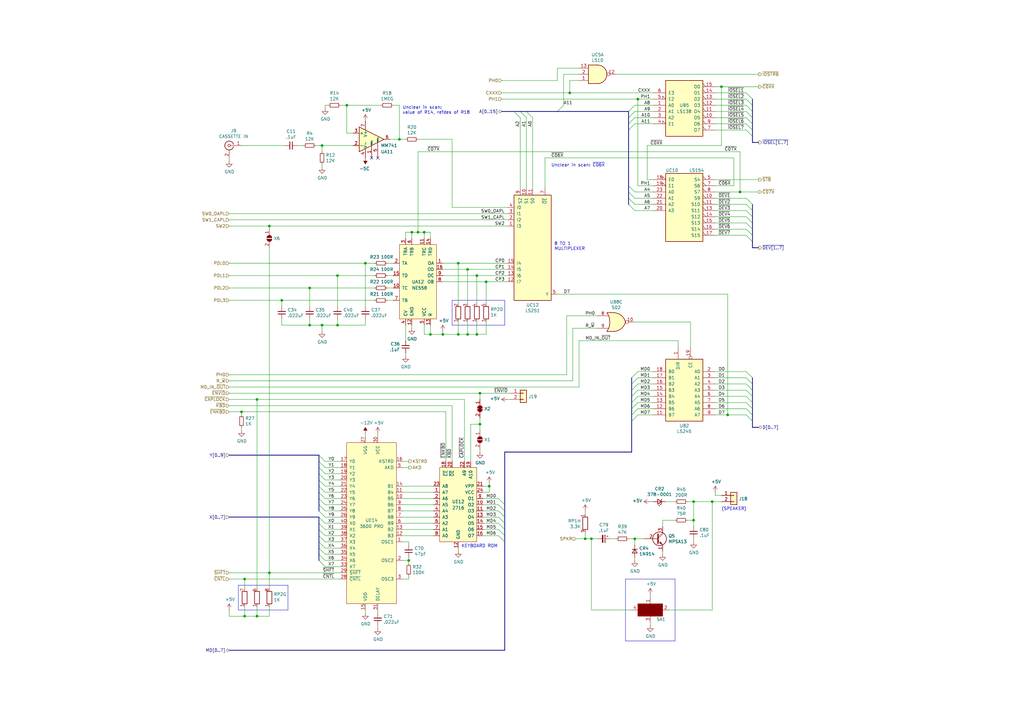
<source format=kicad_sch>
(kicad_sch (version 20230121) (generator eeschema)
  (paper "A3")
  (title_block (title "I/O A2E NTSC"))
  (junction (at 195.58 113.03))
  (junction (at 284.48 205.74))
  (junction (at 132.08 133.35))
  (junction (at 176.53 137.16))
  (junction (at 110.49 92.71))
  (junction (at 105.41 252.73))
  (junction (at 199.39 115.57))
  (junction (at 187.96 137.16))
  (junction (at 100.33 237.49))
  (junction (at 260.35 220.98))
  (junction (at 284.48 213.36))
  (junction (at 99.06 168.91))
  (junction (at 142.24 43.18))
  (junction (at 195.58 137.16))
  (junction (at 173.99 95.25))
  (junction (at 200.66 199.39))
  (junction (at 163.83 57.15))
  (junction (at 127 118.11))
  (junction (at 242.57 220.98))
  (junction (at 115.57 123.19))
  (junction (at 233.68 38.1))
  (junction (at 127 133.35))
  (junction (at 196.85 161.29))
  (junction (at 295.91 35.56))
  (junction (at 171.45 95.25))
  (junction (at 191.77 110.49))
  (junction (at 191.77 137.16))
  (junction (at 181.61 137.16))
  (junction (at 149.86 107.95))
  (junction (at 138.43 133.35))
  (junction (at 167.64 229.87))
  (junction (at 110.49 234.95))
  (junction (at 298.45 170.18))
  (junction (at 292.1 205.74))
  (junction (at 100.33 252.73))
  (junction (at 240.03 220.98))
  (junction (at 168.91 95.25))
  (junction (at 105.41 163.83))
  (junction (at 132.08 59.69))
  (junction (at 138.43 113.03))
  (junction (at 196.85 173.99))
  (junction (at 261.62 40.64))
  (junction (at 187.96 107.95))
  (junction (at 303.53 78.74))
  (no_connect (at 154.94 64.77))
  (no_connect (at 152.4 64.77))
  (bus_entry (at 204.47 209.55) (size 2.54 2.54))
  (bus_entry (at 213.36 45.72) (size 2.54 2.54))
  (bus_entry (at 130.81 229.87) (size 2.54 2.54))
  (bus_entry (at 130.81 189.23) (size 2.54 2.54))
  (bus_entry (at 257.81 48.26) (size 2.54 -2.54))
  (bus_entry (at 257.81 76.2) (size 2.54 2.54))
  (bus_entry (at 130.81 194.31) (size 2.54 2.54))
  (bus_entry (at 257.81 78.74) (size 2.54 2.54))
  (bus_entry (at 306.07 160.02) (size 2.54 2.54))
  (bus_entry (at 306.07 167.64) (size 2.54 2.54))
  (bus_entry (at 306.07 86.36) (size 2.54 2.54))
  (bus_entry (at 257.81 45.72) (size 2.54 -2.54))
  (bus_entry (at 130.81 217.17) (size 2.54 2.54))
  (bus_entry (at 204.47 207.01) (size 2.54 2.54))
  (bus_entry (at 204.47 217.17) (size 2.54 2.54))
  (bus_entry (at 130.81 224.79) (size 2.54 2.54))
  (bus_entry (at 130.81 209.55) (size 2.54 2.54))
  (bus_entry (at 259.08 170.18) (size 2.54 -2.54))
  (bus_entry (at 259.08 154.94) (size 2.54 -2.54))
  (bus_entry (at 204.47 204.47) (size 2.54 2.54))
  (bus_entry (at 306.07 170.18) (size 2.54 2.54))
  (bus_entry (at 204.47 214.63) (size 2.54 2.54))
  (bus_entry (at 306.07 152.4) (size 2.54 2.54))
  (bus_entry (at 306.07 157.48) (size 2.54 2.54))
  (bus_entry (at 130.81 214.63) (size 2.54 2.54))
  (bus_entry (at 130.81 199.39) (size 2.54 2.54))
  (bus_entry (at 130.81 204.47) (size 2.54 2.54))
  (bus_entry (at 306.07 53.34) (size 2.54 2.54))
  (bus_entry (at 306.07 81.28) (size 2.54 2.54))
  (bus_entry (at 306.07 83.82) (size 2.54 2.54))
  (bus_entry (at 306.07 40.64) (size 2.54 2.54))
  (bus_entry (at 306.07 162.56) (size 2.54 2.54))
  (bus_entry (at 257.81 81.28) (size 2.54 2.54))
  (bus_entry (at 130.81 222.25) (size 2.54 2.54))
  (bus_entry (at 306.07 91.44) (size 2.54 2.54))
  (bus_entry (at 130.81 201.93) (size 2.54 2.54))
  (bus_entry (at 259.08 160.02) (size 2.54 -2.54))
  (bus_entry (at 130.81 212.09) (size 2.54 2.54))
  (bus_entry (at 306.07 48.26) (size 2.54 2.54))
  (bus_entry (at 257.81 50.8) (size 2.54 -2.54))
  (bus_entry (at 259.08 167.64) (size 2.54 -2.54))
  (bus_entry (at 130.81 186.69) (size 2.54 2.54))
  (bus_entry (at 257.81 83.82) (size 2.54 2.54))
  (bus_entry (at 210.82 45.72) (size 2.54 2.54))
  (bus_entry (at 306.07 50.8) (size 2.54 2.54))
  (bus_entry (at 306.07 93.98) (size 2.54 2.54))
  (bus_entry (at 259.08 162.56) (size 2.54 -2.54))
  (bus_entry (at 259.08 172.72) (size 2.54 -2.54))
  (bus_entry (at 306.07 38.1) (size 2.54 2.54))
  (bus_entry (at 228.6 45.72) (size 2.54 -2.54))
  (bus_entry (at 259.08 165.1) (size 2.54 -2.54))
  (bus_entry (at 215.9 45.72) (size 2.54 2.54))
  (bus_entry (at 130.81 191.77) (size 2.54 2.54))
  (bus_entry (at 306.07 96.52) (size 2.54 2.54))
  (bus_entry (at 204.47 219.71) (size 2.54 2.54))
  (bus_entry (at 130.81 219.71) (size 2.54 2.54))
  (bus_entry (at 306.07 45.72) (size 2.54 2.54))
  (bus_entry (at 257.81 53.34) (size 2.54 -2.54))
  (bus_entry (at 306.07 154.94) (size 2.54 2.54))
  (bus_entry (at 259.08 157.48) (size 2.54 -2.54))
  (bus_entry (at 130.81 227.33) (size 2.54 2.54))
  (bus_entry (at 306.07 88.9) (size 2.54 2.54))
  (bus_entry (at 306.07 43.18) (size 2.54 2.54))
  (bus_entry (at 306.07 165.1) (size 2.54 2.54))
  (bus_entry (at 130.81 207.01) (size 2.54 2.54))
  (bus_entry (at 130.81 196.85) (size 2.54 2.54))
  (bus_entry (at 204.47 212.09) (size 2.54 2.54))
  (wire (pts (xy 196.85 171.45) (xy 196.85 173.99)))
  (polyline (pts (xy 97.79 240.03) (xy 118.11 240.03)))
  (bus (pts (xy 259.08 167.64) (xy 259.08 170.18)))
  (wire (pts (xy 231.14 43.18) (xy 231.14 30.48)))
  (wire (pts (xy 208.28 87.63) (xy 93.98 87.63)))
  (wire (pts (xy 167.64 222.25) (xy 167.64 223.52)))
  (bus (pts (xy 130.81 189.23) (xy 130.81 191.77)))
  (wire (pts (xy 303.53 78.74) (xy 303.53 62.23)))
  (wire (pts (xy 105.41 252.73) (xy 100.33 252.73)))
  (wire (pts (xy 138.43 133.35) (xy 149.86 133.35)))
  (wire (pts (xy 237.49 27.94) (xy 228.6 27.94)))
  (wire (pts (xy 205.74 38.1) (xy 233.68 38.1)))
  (wire (pts (xy 260.35 220.98) (xy 260.35 223.52)))
  (wire (pts (xy 93.98 234.95) (xy 110.49 234.95)))
  (polyline (pts (xy 185.42 123.19) (xy 185.42 133.35)))
  (wire (pts (xy 153.67 113.03) (xy 138.43 113.03)))
  (wire (pts (xy 149.86 107.95) (xy 93.98 107.95)))
  (wire (pts (xy 166.37 133.35) (xy 166.37 139.7)))
  (wire (pts (xy 204.47 204.47) (xy 198.12 204.47)))
  (wire (pts (xy 260.35 220.98) (xy 264.16 220.98)))
  (wire (pts (xy 93.98 252.73) (xy 93.98 250.19)))
  (wire (pts (xy 242.57 220.98) (xy 245.11 220.98)))
  (bus (pts (xy 207.01 209.55) (xy 207.01 212.09)))
  (wire (pts (xy 129.54 59.69) (xy 132.08 59.69)))
  (wire (pts (xy 173.99 133.35) (xy 173.99 137.16)))
  (wire (pts (xy 167.64 229.87) (xy 167.64 231.14)))
  (wire (pts (xy 266.7 205.74) (xy 267.97 205.74)))
  (wire (pts (xy 293.37 78.74) (xy 303.53 78.74)))
  (wire (pts (xy 292.1 250.19) (xy 274.32 250.19)))
  (bus (pts (xy 93.98 266.7) (xy 207.01 266.7)))
  (polyline (pts (xy 207.01 123.19) (xy 185.42 123.19)))
  (wire (pts (xy 260.35 81.28) (xy 267.97 81.28)))
  (wire (pts (xy 208.28 113.03) (xy 195.58 113.03)))
  (bus (pts (xy 210.82 45.72) (xy 213.36 45.72)))
  (wire (pts (xy 204.47 219.71) (xy 198.12 219.71)))
  (wire (pts (xy 261.62 162.56) (xy 267.97 162.56)))
  (wire (pts (xy 271.78 213.36) (xy 271.78 215.9)))
  (wire (pts (xy 165.1 219.71) (xy 177.8 219.71)))
  (wire (pts (xy 168.91 97.79) (xy 168.91 95.25)))
  (bus (pts (xy 257.81 78.74) (xy 257.81 81.28)))
  (bus (pts (xy 130.81 217.17) (xy 130.81 219.71)))
  (wire (pts (xy 196.85 161.29) (xy 209.55 161.29)))
  (bus (pts (xy 257.81 45.72) (xy 257.81 48.26)))
  (wire (pts (xy 293.37 53.34) (xy 306.07 53.34)))
  (wire (pts (xy 261.62 76.2) (xy 261.62 40.64)))
  (bus (pts (xy 308.61 172.72) (xy 308.61 175.26)))
  (wire (pts (xy 237.49 139.7) (xy 278.13 139.7)))
  (wire (pts (xy 154.94 250.19) (xy 154.94 251.46)))
  (bus (pts (xy 205.74 45.72) (xy 210.82 45.72)))
  (wire (pts (xy 208.28 90.17) (xy 93.98 90.17)))
  (bus (pts (xy 308.61 157.48) (xy 308.61 160.02)))
  (wire (pts (xy 242.57 220.98) (xy 242.57 250.19)))
  (wire (pts (xy 167.64 237.49) (xy 165.1 237.49)))
  (wire (pts (xy 303.53 78.74) (xy 311.15 78.74)))
  (wire (pts (xy 267.97 170.18) (xy 261.62 170.18)))
  (wire (pts (xy 100.33 252.73) (xy 93.98 252.73)))
  (wire (pts (xy 278.13 139.7) (xy 278.13 142.24)))
  (wire (pts (xy 267.97 160.02) (xy 261.62 160.02)))
  (wire (pts (xy 177.8 201.93) (xy 165.1 201.93)))
  (wire (pts (xy 252.73 30.48) (xy 311.15 30.48)))
  (wire (pts (xy 191.77 124.46) (xy 191.77 110.49)))
  (wire (pts (xy 138.43 113.03) (xy 138.43 125.73)))
  (wire (pts (xy 110.49 252.73) (xy 105.41 252.73)))
  (wire (pts (xy 200.66 199.39) (xy 200.66 201.93)))
  (wire (pts (xy 181.61 107.95) (xy 187.96 107.95)))
  (wire (pts (xy 233.68 33.02) (xy 233.68 38.1)))
  (wire (pts (xy 293.37 45.72) (xy 306.07 45.72)))
  (polyline (pts (xy 207.01 133.35) (xy 207.01 123.19)))
  (wire (pts (xy 208.28 85.09) (xy 185.42 85.09)))
  (bus (pts (xy 259.08 162.56) (xy 259.08 165.1)))
  (wire (pts (xy 100.33 248.92) (xy 100.33 252.73)))
  (wire (pts (xy 133.35 222.25) (xy 139.7 222.25)))
  (wire (pts (xy 187.96 137.16) (xy 191.77 137.16)))
  (wire (pts (xy 204.47 207.01) (xy 198.12 207.01)))
  (wire (pts (xy 105.41 241.3) (xy 105.41 163.83)))
  (wire (pts (xy 191.77 137.16) (xy 195.58 137.16)))
  (wire (pts (xy 163.83 43.18) (xy 161.29 43.18)))
  (wire (pts (xy 165.1 189.23) (xy 167.64 189.23)))
  (wire (pts (xy 208.28 163.83) (xy 209.55 163.83)))
  (wire (pts (xy 110.49 234.95) (xy 110.49 101.6)))
  (bus (pts (xy 130.81 214.63) (xy 130.81 217.17)))
  (wire (pts (xy 293.37 157.48) (xy 306.07 157.48)))
  (wire (pts (xy 205.74 40.64) (xy 261.62 40.64)))
  (bus (pts (xy 257.81 53.34) (xy 257.81 76.2)))
  (wire (pts (xy 177.8 217.17) (xy 165.1 217.17)))
  (wire (pts (xy 298.45 120.65) (xy 228.6 120.65)))
  (wire (pts (xy 306.07 91.44) (xy 293.37 91.44)))
  (bus (pts (xy 257.81 81.28) (xy 257.81 83.82)))
  (bus (pts (xy 207.01 185.42) (xy 207.01 207.01)))
  (bus (pts (xy 228.6 45.72) (xy 257.81 45.72)))
  (wire (pts (xy 193.04 173.99) (xy 193.04 189.23)))
  (wire (pts (xy 257.81 220.98) (xy 260.35 220.98)))
  (wire (pts (xy 261.62 76.2) (xy 267.97 76.2)))
  (wire (pts (xy 133.35 214.63) (xy 139.7 214.63)))
  (wire (pts (xy 295.91 59.69) (xy 265.43 59.69)))
  (bus (pts (xy 308.61 91.44) (xy 308.61 93.98)))
  (bus (pts (xy 308.61 99.06) (xy 308.61 101.6)))
  (wire (pts (xy 293.37 76.2) (xy 300.99 76.2)))
  (bus (pts (xy 259.08 170.18) (xy 259.08 172.72)))
  (wire (pts (xy 167.64 228.6) (xy 167.64 229.87)))
  (bus (pts (xy 308.61 175.26) (xy 311.15 175.26)))
  (wire (pts (xy 295.91 35.56) (xy 295.91 59.69)))
  (wire (pts (xy 100.33 237.49) (xy 139.7 237.49)))
  (polyline (pts (xy 97.79 240.03) (xy 97.79 250.19)))
  (wire (pts (xy 208.28 110.49) (xy 191.77 110.49)))
  (bus (pts (xy 259.08 165.1) (xy 259.08 167.64)))
  (wire (pts (xy 273.05 205.74) (xy 276.86 205.74)))
  (bus (pts (xy 308.61 96.52) (xy 308.61 99.06)))
  (wire (pts (xy 298.45 170.18) (xy 306.07 170.18)))
  (wire (pts (xy 166.37 97.79) (xy 166.37 95.25)))
  (bus (pts (xy 130.81 207.01) (xy 130.81 209.55)))
  (wire (pts (xy 158.75 118.11) (xy 161.29 118.11)))
  (wire (pts (xy 153.67 123.19) (xy 115.57 123.19)))
  (wire (pts (xy 105.41 248.92) (xy 105.41 252.73)))
  (bus (pts (xy 207.01 222.25) (xy 207.01 266.7)))
  (wire (pts (xy 176.53 137.16) (xy 181.61 137.16)))
  (wire (pts (xy 260.35 86.36) (xy 267.97 86.36)))
  (wire (pts (xy 215.9 48.26) (xy 215.9 77.47)))
  (wire (pts (xy 110.49 248.92) (xy 110.49 252.73)))
  (wire (pts (xy 261.62 167.64) (xy 267.97 167.64)))
  (bus (pts (xy 215.9 45.72) (xy 228.6 45.72)))
  (wire (pts (xy 196.85 173.99) (xy 193.04 173.99)))
  (wire (pts (xy 163.83 57.15) (xy 163.83 43.18)))
  (wire (pts (xy 190.5 163.83) (xy 190.5 189.23)))
  (wire (pts (xy 133.35 191.77) (xy 139.7 191.77)))
  (wire (pts (xy 127 130.81) (xy 127 133.35)))
  (bus (pts (xy 257.81 48.26) (xy 257.81 50.8)))
  (bus (pts (xy 259.08 157.48) (xy 259.08 160.02)))
  (wire (pts (xy 240.03 220.98) (xy 236.22 220.98)))
  (wire (pts (xy 99.06 175.26) (xy 99.06 176.53)))
  (wire (pts (xy 200.66 201.93) (xy 198.12 201.93)))
  (wire (pts (xy 165.1 222.25) (xy 167.64 222.25)))
  (bus (pts (xy 308.61 45.72) (xy 308.61 48.26)))
  (wire (pts (xy 165.1 191.77) (xy 167.64 191.77)))
  (wire (pts (xy 265.43 59.69) (xy 265.43 73.66)))
  (wire (pts (xy 260.35 43.18) (xy 267.97 43.18)))
  (wire (pts (xy 176.53 137.16) (xy 176.53 133.35)))
  (wire (pts (xy 158.75 123.19) (xy 161.29 123.19)))
  (bus (pts (xy 308.61 165.1) (xy 308.61 167.64)))
  (wire (pts (xy 156.21 43.18) (xy 142.24 43.18)))
  (wire (pts (xy 177.8 212.09) (xy 165.1 212.09)))
  (wire (pts (xy 110.49 234.95) (xy 139.7 234.95)))
  (wire (pts (xy 306.07 96.52) (xy 293.37 96.52)))
  (wire (pts (xy 133.35 204.47) (xy 139.7 204.47)))
  (wire (pts (xy 271.78 226.06) (xy 271.78 227.33)))
  (wire (pts (xy 281.94 213.36) (xy 284.48 213.36)))
  (polyline (pts (xy 256.54 262.89) (xy 256.54 237.49)))
  (bus (pts (xy 308.61 162.56) (xy 308.61 165.1)))
  (bus (pts (xy 207.01 214.63) (xy 207.01 217.17)))
  (wire (pts (xy 237.49 158.75) (xy 237.49 139.7)))
  (wire (pts (xy 187.96 107.95) (xy 208.28 107.95)))
  (wire (pts (xy 93.98 166.37) (xy 185.42 166.37)))
  (wire (pts (xy 142.24 43.18) (xy 142.24 54.61)))
  (wire (pts (xy 208.28 92.71) (xy 110.49 92.71)))
  (wire (pts (xy 173.99 137.16) (xy 176.53 137.16)))
  (wire (pts (xy 204.47 209.55) (xy 198.12 209.55)))
  (bus (pts (xy 207.01 207.01) (xy 207.01 209.55)))
  (wire (pts (xy 133.35 227.33) (xy 139.7 227.33)))
  (wire (pts (xy 160.02 57.15) (xy 163.83 57.15)))
  (wire (pts (xy 99.06 168.91) (xy 182.88 168.91)))
  (wire (pts (xy 234.95 134.62) (xy 245.11 134.62)))
  (bus (pts (xy 259.08 172.72) (xy 259.08 185.42)))
  (wire (pts (xy 110.49 92.71) (xy 93.98 92.71)))
  (bus (pts (xy 259.08 160.02) (xy 259.08 162.56)))
  (wire (pts (xy 149.86 107.95) (xy 149.86 125.73)))
  (wire (pts (xy 133.35 229.87) (xy 139.7 229.87)))
  (wire (pts (xy 99.06 59.69) (xy 116.84 59.69)))
  (wire (pts (xy 234.95 156.21) (xy 234.95 134.62)))
  (wire (pts (xy 133.35 219.71) (xy 139.7 219.71)))
  (wire (pts (xy 204.47 217.17) (xy 198.12 217.17)))
  (wire (pts (xy 292.1 205.74) (xy 295.91 205.74)))
  (wire (pts (xy 293.37 40.64) (xy 306.07 40.64)))
  (wire (pts (xy 182.88 168.91) (xy 182.88 189.23)))
  (wire (pts (xy 232.41 153.67) (xy 232.41 129.54)))
  (wire (pts (xy 223.52 64.77) (xy 223.52 77.47)))
  (wire (pts (xy 165.1 204.47) (xy 177.8 204.47)))
  (wire (pts (xy 133.35 212.09) (xy 139.7 212.09)))
  (wire (pts (xy 158.75 107.95) (xy 161.29 107.95)))
  (bus (pts (xy 207.01 217.17) (xy 207.01 219.71)))
  (wire (pts (xy 293.37 203.2) (xy 293.37 201.93)))
  (wire (pts (xy 199.39 124.46) (xy 199.39 115.57)))
  (wire (pts (xy 139.7 43.18) (xy 142.24 43.18)))
  (wire (pts (xy 133.35 189.23) (xy 139.7 189.23)))
  (wire (pts (xy 191.77 110.49) (xy 181.61 110.49)))
  (wire (pts (xy 283.21 132.08) (xy 283.21 142.24)))
  (bus (pts (xy 308.61 88.9) (xy 308.61 91.44)))
  (wire (pts (xy 166.37 95.25) (xy 168.91 95.25)))
  (wire (pts (xy 293.37 38.1) (xy 306.07 38.1)))
  (wire (pts (xy 149.86 250.19) (xy 149.86 251.46)))
  (wire (pts (xy 176.53 95.25) (xy 176.53 97.79)))
  (wire (pts (xy 281.94 205.74) (xy 284.48 205.74)))
  (wire (pts (xy 133.35 201.93) (xy 139.7 201.93)))
  (wire (pts (xy 168.91 133.35) (xy 168.91 134.62)))
  (wire (pts (xy 293.37 43.18) (xy 306.07 43.18)))
  (wire (pts (xy 293.37 167.64) (xy 306.07 167.64)))
  (bus (pts (xy 130.81 201.93) (xy 130.81 204.47)))
  (bus (pts (xy 257.81 50.8) (xy 257.81 53.34)))
  (wire (pts (xy 187.96 137.16) (xy 181.61 137.16)))
  (wire (pts (xy 298.45 170.18) (xy 298.45 120.65)))
  (wire (pts (xy 132.08 135.89) (xy 132.08 133.35)))
  (wire (pts (xy 261.62 40.64) (xy 267.97 40.64)))
  (wire (pts (xy 195.58 137.16) (xy 195.58 132.08)))
  (wire (pts (xy 293.37 170.18) (xy 298.45 170.18)))
  (wire (pts (xy 284.48 205.74) (xy 292.1 205.74)))
  (bus (pts (xy 259.08 154.94) (xy 259.08 157.48)))
  (wire (pts (xy 265.43 73.66) (xy 267.97 73.66)))
  (polyline (pts (xy 276.86 262.89) (xy 256.54 262.89)))
  (wire (pts (xy 138.43 130.81) (xy 138.43 133.35)))
  (wire (pts (xy 149.86 177.8) (xy 149.86 179.07)))
  (bus (pts (xy 308.61 48.26) (xy 308.61 50.8)))
  (bus (pts (xy 308.61 50.8) (xy 308.61 53.34)))
  (wire (pts (xy 133.35 209.55) (xy 139.7 209.55)))
  (wire (pts (xy 133.35 232.41) (xy 139.7 232.41)))
  (wire (pts (xy 284.48 213.36) (xy 284.48 215.9)))
  (wire (pts (xy 93.98 64.77) (xy 93.98 66.04)))
  (wire (pts (xy 292.1 205.74) (xy 292.1 250.19)))
  (wire (pts (xy 204.47 212.09) (xy 198.12 212.09)))
  (bus (pts (xy 207.01 219.71) (xy 207.01 222.25)))
  (wire (pts (xy 110.49 93.98) (xy 110.49 92.71)))
  (wire (pts (xy 168.91 95.25) (xy 171.45 95.25)))
  (wire (pts (xy 181.61 135.89) (xy 181.61 137.16)))
  (wire (pts (xy 171.45 62.23) (xy 303.53 62.23)))
  (bus (pts (xy 130.81 186.69) (xy 130.81 189.23)))
  (wire (pts (xy 133.35 199.39) (xy 139.7 199.39)))
  (wire (pts (xy 133.35 217.17) (xy 139.7 217.17)))
  (wire (pts (xy 166.37 144.78) (xy 166.37 146.05)))
  (wire (pts (xy 187.96 132.08) (xy 187.96 137.16)))
  (wire (pts (xy 93.98 153.67) (xy 232.41 153.67)))
  (bus (pts (xy 130.81 186.69) (xy 93.98 186.69)))
  (wire (pts (xy 185.42 166.37) (xy 185.42 189.23)))
  (wire (pts (xy 293.37 152.4) (xy 306.07 152.4)))
  (wire (pts (xy 260.35 78.74) (xy 267.97 78.74)))
  (bus (pts (xy 130.81 212.09) (xy 130.81 214.63)))
  (bus (pts (xy 213.36 45.72) (xy 215.9 45.72)))
  (bus (pts (xy 207.01 212.09) (xy 207.01 214.63)))
  (wire (pts (xy 300.99 64.77) (xy 300.99 76.2)))
  (bus (pts (xy 130.81 191.77) (xy 130.81 194.31)))
  (wire (pts (xy 93.98 156.21) (xy 234.95 156.21)))
  (wire (pts (xy 93.98 118.11) (xy 127 118.11)))
  (wire (pts (xy 306.07 81.28) (xy 293.37 81.28)))
  (wire (pts (xy 110.49 241.3) (xy 110.49 234.95)))
  (wire (pts (xy 200.66 198.12) (xy 200.66 199.39)))
  (wire (pts (xy 196.85 173.99) (xy 196.85 176.53)))
  (bus (pts (xy 130.81 227.33) (xy 130.81 229.87)))
  (wire (pts (xy 240.03 220.98) (xy 242.57 220.98)))
  (wire (pts (xy 153.67 107.95) (xy 149.86 107.95)))
  (wire (pts (xy 99.06 168.91) (xy 99.06 170.18)))
  (wire (pts (xy 93.98 237.49) (xy 100.33 237.49)))
  (wire (pts (xy 205.74 33.02) (xy 228.6 33.02)))
  (wire (pts (xy 293.37 73.66) (xy 311.15 73.66)))
  (wire (pts (xy 165.1 199.39) (xy 177.8 199.39)))
  (wire (pts (xy 132.08 59.69) (xy 132.08 62.23)))
  (wire (pts (xy 293.37 35.56) (xy 295.91 35.56)))
  (wire (pts (xy 132.08 67.31) (xy 132.08 68.58)))
  (wire (pts (xy 154.94 177.8) (xy 154.94 179.07)))
  (wire (pts (xy 149.86 133.35) (xy 149.86 130.81)))
  (wire (pts (xy 306.07 93.98) (xy 293.37 93.98)))
  (bus (pts (xy 308.61 160.02) (xy 308.61 162.56)))
  (wire (pts (xy 231.14 30.48) (xy 237.49 30.48)))
  (wire (pts (xy 187.96 124.46) (xy 187.96 107.95)))
  (wire (pts (xy 100.33 241.3) (xy 100.33 237.49)))
  (bus (pts (xy 308.61 167.64) (xy 308.61 170.18)))
  (wire (pts (xy 198.12 199.39) (xy 200.66 199.39)))
  (wire (pts (xy 142.24 54.61) (xy 144.78 54.61)))
  (wire (pts (xy 127 118.11) (xy 127 125.73)))
  (polyline (pts (xy 118.11 250.19) (xy 97.79 250.19)))
  (bus (pts (xy 130.81 196.85) (xy 130.81 199.39)))
  (wire (pts (xy 300.99 64.77) (xy 223.52 64.77)))
  (bus (pts (xy 308.61 55.88) (xy 308.61 58.42)))
  (wire (pts (xy 218.44 77.47) (xy 218.44 48.26)))
  (wire (pts (xy 185.42 85.09) (xy 185.42 57.15)))
  (wire (pts (xy 191.77 137.16) (xy 191.77 132.08)))
  (wire (pts (xy 171.45 95.25) (xy 173.99 95.25)))
  (bus (pts (xy 308.61 58.42) (xy 311.15 58.42)))
  (wire (pts (xy 228.6 27.94) (xy 228.6 33.02)))
  (polyline (pts (xy 185.42 133.35) (xy 207.01 133.35)))
  (wire (pts (xy 121.92 59.69) (xy 124.46 59.69)))
  (wire (pts (xy 306.07 83.82) (xy 293.37 83.82)))
  (wire (pts (xy 93.98 168.91) (xy 99.06 168.91)))
  (bus (pts (xy 93.98 212.09) (xy 130.81 212.09)))
  (wire (pts (xy 293.37 162.56) (xy 306.07 162.56)))
  (wire (pts (xy 158.75 113.03) (xy 161.29 113.03)))
  (bus (pts (xy 308.61 83.82) (xy 308.61 86.36)))
  (wire (pts (xy 208.28 115.57) (xy 199.39 115.57)))
  (wire (pts (xy 260.35 45.72) (xy 267.97 45.72)))
  (polyline (pts (xy 118.11 240.03) (xy 118.11 250.19)))
  (wire (pts (xy 134.62 43.18) (xy 133.35 43.18)))
  (bus (pts (xy 130.81 219.71) (xy 130.81 222.25)))
  (bus (pts (xy 130.81 224.79) (xy 130.81 227.33)))
  (wire (pts (xy 284.48 220.98) (xy 284.48 222.25)))
  (wire (pts (xy 293.37 50.8) (xy 306.07 50.8)))
  (wire (pts (xy 115.57 123.19) (xy 115.57 125.73)))
  (wire (pts (xy 105.41 163.83) (xy 190.5 163.83)))
  (wire (pts (xy 240.03 209.55) (xy 240.03 210.82)))
  (bus (pts (xy 308.61 170.18) (xy 308.61 172.72)))
  (wire (pts (xy 293.37 160.02) (xy 306.07 160.02)))
  (wire (pts (xy 173.99 95.25) (xy 176.53 95.25)))
  (wire (pts (xy 127 133.35) (xy 132.08 133.35)))
  (bus (pts (xy 308.61 93.98) (xy 308.61 96.52)))
  (wire (pts (xy 93.98 161.29) (xy 196.85 161.29)))
  (wire (pts (xy 276.86 213.36) (xy 271.78 213.36)))
  (wire (pts (xy 115.57 123.19) (xy 93.98 123.19)))
  (wire (pts (xy 213.36 77.47) (xy 213.36 48.26)))
  (wire (pts (xy 133.35 224.79) (xy 139.7 224.79)))
  (wire (pts (xy 233.68 38.1) (xy 267.97 38.1)))
  (wire (pts (xy 185.42 57.15) (xy 171.45 57.15)))
  (wire (pts (xy 250.19 220.98) (xy 252.73 220.98)))
  (wire (pts (xy 199.39 137.16) (xy 199.39 132.08)))
  (wire (pts (xy 261.62 157.48) (xy 267.97 157.48)))
  (polyline (pts (xy 256.54 237.49) (xy 276.86 237.49)))
  (wire (pts (xy 306.07 88.9) (xy 293.37 88.9)))
  (bus (pts (xy 308.61 86.36) (xy 308.61 88.9)))
  (bus (pts (xy 308.61 43.18) (xy 308.61 45.72)))
  (wire (pts (xy 195.58 124.46) (xy 195.58 113.03)))
  (wire (pts (xy 165.1 214.63) (xy 177.8 214.63)))
  (wire (pts (xy 133.35 194.31) (xy 139.7 194.31)))
  (bus (pts (xy 259.08 185.42) (xy 207.01 185.42)))
  (polyline (pts (xy 276.86 237.49) (xy 276.86 262.89)))
  (wire (pts (xy 133.35 43.18) (xy 133.35 44.45)))
  (bus (pts (xy 257.81 76.2) (xy 257.81 78.74)))
  (wire (pts (xy 177.8 207.01) (xy 165.1 207.01)))
  (wire (pts (xy 173.99 97.79) (xy 173.99 95.25)))
  (wire (pts (xy 154.94 256.54) (xy 154.94 257.81)))
  (bus (pts (xy 130.81 194.31) (xy 130.81 196.85)))
  (wire (pts (xy 115.57 133.35) (xy 127 133.35)))
  (bus (pts (xy 130.81 199.39) (xy 130.81 201.93)))
  (wire (pts (xy 261.62 152.4) (xy 267.97 152.4)))
  (wire (pts (xy 133.35 207.01) (xy 139.7 207.01)))
  (wire (pts (xy 167.64 236.22) (xy 167.64 237.49)))
  (wire (pts (xy 266.7 255.27) (xy 266.7 256.54)))
  (wire (pts (xy 187.96 224.79) (xy 187.96 226.06)))
  (wire (pts (xy 195.58 137.16) (xy 199.39 137.16)))
  (wire (pts (xy 242.57 250.19) (xy 259.08 250.19)))
  (wire (pts (xy 284.48 205.74) (xy 284.48 213.36)))
  (wire (pts (xy 132.08 59.69) (xy 144.78 59.69)))
  (wire (pts (xy 132.08 133.35) (xy 138.43 133.35)))
  (wire (pts (xy 266.7 243.84) (xy 266.7 245.11)))
  (wire (pts (xy 165.1 229.87) (xy 167.64 229.87)))
  (wire (pts (xy 171.45 95.25) (xy 171.45 62.23)))
  (wire (pts (xy 115.57 130.81) (xy 115.57 133.35)))
  (bus (pts (xy 308.61 40.64) (xy 308.61 43.18)))
  (wire (pts (xy 93.98 158.75) (xy 237.49 158.75)))
  (wire (pts (xy 260.35 83.82) (xy 267.97 83.82)))
  (bus (pts (xy 308.61 154.94) (xy 308.61 157.48)))
  (wire (pts (xy 260.35 48.26) (xy 267.97 48.26)))
  (wire (pts (xy 93.98 163.83) (xy 105.41 163.83)))
  (wire (pts (xy 237.49 33.02) (xy 233.68 33.02)))
  (wire (pts (xy 232.41 129.54) (xy 245.11 129.54)))
  (wire (pts (xy 295.91 203.2) (xy 293.37 203.2)))
  (wire (pts (xy 195.58 113.03) (xy 181.61 113.03)))
  (wire (pts (xy 293.37 48.26) (xy 306.07 48.26)))
  (wire (pts (xy 196.85 163.83) (xy 196.85 161.29)))
  (wire (pts (xy 293.37 154.94) (xy 306.07 154.94)))
  (wire (pts (xy 196.85 185.42) (xy 196.85 184.15)))
  (wire (pts (xy 199.39 115.57) (xy 181.61 115.57)))
  (wire (pts (xy 260.35 228.6) (xy 260.35 229.87)))
  (wire (pts (xy 133.35 196.85) (xy 139.7 196.85)))
  (wire (pts (xy 267.97 165.1) (xy 261.62 165.1)))
  (wire (pts (xy 240.03 218.44) (xy 240.03 220.98)))
  (wire (pts (xy 163.83 57.15) (xy 166.37 57.15)))
  (bus (pts (xy 308.61 53.34) (xy 308.61 55.88)))
  (wire (pts (xy 93.98 113.03) (xy 138.43 113.03)))
  (bus (pts (xy 130.81 204.47) (xy 130.81 207.01)))
  (bus (pts (xy 130.81 222.25) (xy 130.81 224.79)))
  (wire (pts (xy 260.35 50.8) (xy 267.97 50.8)))
  (bus (pts (xy 308.61 101.6) (xy 311.15 101.6)))
  (wire (pts (xy 165.1 209.55) (xy 177.8 209.55)))
  (wire (pts (xy 153.67 118.11) (xy 127 118.11)))
  (wire (pts (xy 267.97 154.94) (xy 261.62 154.94)))
  (wire (pts (xy 295.91 35.56) (xy 311.15 35.56)))
  (wire (pts (xy 260.35 132.08) (xy 283.21 132.08)))
  (wire (pts (xy 293.37 165.1) (xy 306.07 165.1)))
  (wire (pts (xy 204.47 214.63) (xy 198.12 214.63)))
  (wire (pts (xy 306.07 86.36) (xy 293.37 86.36)))
  (text "Unclear in scan:\nvalue of R14, refdes of R18" (at 165.1 46.99 0) (effects (font (size 1.27 1.27)) (justify left bottom)))
  (text "(SPEAKER)" (at 295.91 209.55 0) (effects (font (size 1.27 1.27)) (justify left bottom)))
  (text "8 TO 1\nMULTIPLEXER" (at 227.33 102.87 0) (effects (font (size 1.27 1.27)) (justify left bottom)))
  (text "Unclear in scan: ~{C06X}" (at 226.06 68.58 0) (effects (font (size 1.27 1.27)) (justify left bottom)))
  (text "KEYBOARD ROM" (at 189.23 224.79 0) (effects (font (size 1.27 1.27)) (justify left bottom)))
  (label "MD5" (at 266.7 165.1 180))
  (label "D1" (at 294.64 154.94 0))
  (label "A5" (at 266.7 81.28 180))
  (label "Y2" (at 137.16 194.31 180))
  (label "A11" (at 231.14 43.18 0))
  (label "MD1" (at 266.7 154.94 180))
  (label "A9" (at 266.7 45.72 180))
  (label "X7" (at 137.16 232.41 180))
  (label "~{DEV4}" (at 294.64 88.9 0))
  (label "MD6" (at 266.7 167.64 180))
  (label "X1" (at 137.16 217.17 180))
  (label "Y8" (at 137.16 209.55 180))
  (label "A6" (at 266.7 83.82 180))
  (label "D6" (at 294.64 167.64 0))
  (label "Y9" (at 137.16 212.09 180))
  (label "~{C0XX}" (at 266.7 59.69 0))
  (label "D7" (at 294.64 170.18 0))
  (label "MD0" (at 266.7 152.4 180))
  (label "~{KBD}" (at 185.42 187.96 90))
  (label "MD4" (at 266.7 162.56 180))
  (label "Y7" (at 137.16 207.01 180))
  (label "SW0_OAPL" (at 207.01 87.63 180))
  (label "CP2" (at 207.01 113.03 180))
  (label "CP1" (at 207.01 110.49 180))
  (label "~{C06X}" (at 294.64 76.2 0))
  (label "D0" (at 294.64 152.4 0))
  (label "X2" (at 137.16 219.71 180))
  (label "~{IOSEL1}" (at 298.45 38.1 0))
  (label "MD6" (at 199.39 219.71 0))
  (label "D7" (at 231.14 120.65 0))
  (label "~{CAPLOCK}" (at 190.5 187.96 90))
  (label "A7" (at 266.7 86.36 180))
  (label "MD2" (at 266.7 157.48 180))
  (label "A2" (at 213.36 49.53 270))
  (label "X0" (at 137.16 214.63 180))
  (label "MD1" (at 199.39 207.01 0))
  (label "A4" (at 266.7 78.74 180))
  (label "Y3" (at 137.16 196.85 180))
  (label "MD4" (at 199.39 214.63 0))
  (label "MD7" (at 266.7 170.18 180))
  (label "~{SHFT}" (at 137.16 234.95 180))
  (label "MD0" (at 199.39 204.47 0))
  (label "~{ENKBD}" (at 182.88 187.96 90))
  (label "~{DEV7}" (at 294.64 96.52 0))
  (label "Y5" (at 137.16 201.93 180))
  (label "A0" (at 218.44 49.53 270))
  (label "MD5" (at 199.39 217.17 0))
  (label "Y4" (at 137.16 199.39 180))
  (label "D5" (at 294.64 165.1 0))
  (label "MD3" (at 266.7 160.02 180))
  (label "~{CNTL}" (at 137.16 237.49 180))
  (label "~{DEV2}" (at 294.64 83.82 0))
  (label "PH1" (at 266.7 40.64 180))
  (label "~{IOSEL6}" (at 298.45 50.8 0))
  (label "PH1" (at 266.7 76.2 180))
  (label "Y1" (at 137.16 191.77 180))
  (label "D4" (at 294.64 162.56 0))
  (label "Y0" (at 137.16 189.23 180))
  (label "D2" (at 294.64 157.48 0))
  (label "SW2" (at 207.01 92.71 180))
  (label "X3" (at 137.16 222.25 180))
  (label "PH0" (at 240.03 129.54 0))
  (label "~{IOSEL5}" (at 298.45 48.26 0))
  (label "~{IOSEL2}" (at 298.45 40.64 0))
  (label "A1" (at 215.9 49.53 270))
  (label "~{DEV5}" (at 294.64 91.44 0))
  (label "A8" (at 266.7 43.18 180))
  (label "~{C06X}" (at 226.06 64.77 0))
  (label "~{DEV6}" (at 294.64 93.98 0))
  (label "D3" (at 294.64 160.02 0))
  (label "CXXX" (at 266.7 38.1 180))
  (label "X6" (at 137.16 229.87 180))
  (label "MD2" (at 199.39 209.55 0))
  (label "A10" (at 266.7 48.26 180))
  (label "~{DEV1}" (at 294.64 81.28 0))
  (label "X5" (at 137.16 227.33 180))
  (label "SW1_CAPL" (at 207.01 90.17 180))
  (label "~{C07X}" (at 302.26 62.23 180))
  (label "CP0" (at 207.01 107.95 180))
  (label "~{C07X}" (at 175.26 62.23 0))
  (label "A11" (at 266.7 50.8 180))
  (label "~{IOSEL3}" (at 298.45 43.18 0))
  (label "~{IOSEL4}" (at 298.45 45.72 0))
  (label "~{ENVID}" (at 208.28 161.29 180))
  (label "~{IOSEL7}" (at 298.45 53.34 0))
  (label "MD_IN_~{OUT}" (at 240.03 139.7 0))
  (label "X4" (at 137.16 224.79 180))
  (label "R_~{W}" (at 240.03 134.62 0))
  (label "MD3" (at 199.39 212.09 0))
  (label "CP3" (at 207.01 115.57 180))
  (label "~{DEV3}" (at 294.64 86.36 0))
  (label "Y6" (at 137.16 204.47 180))
  (hierarchical_label "PH0" (shape input) (at 93.98 153.67 180))
  (hierarchical_label "AKD" (shape output) (at 167.64 191.77 0))
  (hierarchical_label "MD[0..7]" (shape bidirectional) (at 93.98 266.7 180))
  (hierarchical_label "~{C07X}" (shape output) (at 311.15 78.74 0))
  (hierarchical_label "~{KBD}" (shape input) (at 93.98 166.37 180))
  (hierarchical_label "Y[0..9]" (shape input) (at 93.98 186.69 180))
  (hierarchical_label "~{CNTL}" (shape input) (at 93.98 237.49 180))
  (hierarchical_label "~{STB}" (shape output) (at 311.15 73.66 0))
  (hierarchical_label "PDL0" (shape input) (at 93.98 107.95 180))
  (hierarchical_label "~{IOSTRB}" (shape output) (at 311.15 30.48 0))
  (hierarchical_label "PDL1" (shape input) (at 93.98 113.03 180))
  (hierarchical_label "PH0" (shape input) (at 205.74 33.02 180))
  (hierarchical_label "R_~{W}" (shape input) (at 93.98 156.21 180))
  (hierarchical_label "~{DEV[1..7]}" (shape output) (at 311.15 101.6 0))
  (hierarchical_label "CXXX" (shape input) (at 205.74 38.1 180))
  (hierarchical_label "D[0..7]" (shape bidirectional) (at 311.15 175.26 0))
  (hierarchical_label "~{ENVID}" (shape input) (at 93.98 161.29 180))
  (hierarchical_label "PDL2" (shape input) (at 93.98 118.11 180))
  (hierarchical_label "KSTRD" (shape output) (at 167.64 189.23 0))
  (hierarchical_label "~{SHFT}" (shape input) (at 93.98 234.95 180))
  (hierarchical_label "SPKR" (shape input) (at 236.22 220.98 180))
  (hierarchical_label "~{CAPLOCK}" (shape input) (at 93.98 163.83 180))
  (hierarchical_label "PH1" (shape input) (at 205.74 40.64 180))
  (hierarchical_label "~{C0XX}" (shape output) (at 311.15 35.56 0))
  (hierarchical_label "SW1_CAPL" (shape input) (at 93.98 90.17 180))
  (hierarchical_label "X[0..7]" (shape input) (at 93.98 212.09 180))
  (hierarchical_label "~{IOSEL[1..7]}" (shape output) (at 311.15 58.42 0))
  (hierarchical_label "~{ENKBD}" (shape input) (at 93.98 168.91 180))
  (hierarchical_label "SW2" (shape input) (at 93.98 92.71 180))
  (hierarchical_label "MD_IN_~{OUT}" (shape input) (at 93.98 158.75 180))
  (hierarchical_label "SW0_OAPL" (shape input) (at 93.98 87.63 180))
  (hierarchical_label "A[0..15]" (shape bidirectional) (at 205.74 45.72 180))
  (hierarchical_label "PDL3" (shape input) (at 93.98 123.19 180))
  (symbol (lib_id "Apple_IIe_Symbols:SoundAmp") (at 266.7 250.19 0) (unit 1)
    (property "Reference" "SA1" (at 269.24 254 0) (effects (justify left)))
    (property "Value" "SoundAmp" (effects hide))
  )
  (symbol (lib_id "Connector:Conn_Coaxial") (at 93.98 59.69 0) (mirror y) (unit 1)
    (property "Reference" "J9" (at 95.8088 53.6448 0))
    (property "Value" "CASSETTE IN" (at 95.8088 55.9562 0))
    (property "Datasheet" " ~" (effects hide))
  )
  (symbol (lib_id "power:GND") (at 93.98 66.04 0) (unit 1)
    (property "Reference" "#PWR01" (effects hide))
    (property "Value" "GND" (at 94.107 70.4342 0))
  )
  (symbol (lib_id "Device:C_Small") (at 119.38 59.69 270) (unit 1)
    (property "Reference" "C11" (at 119.38 53.8734 90))
    (property "Value" ".1uF" (at 119.38 56.1848 90))
  )
  (symbol (lib_id "Device:R_Small") (at 127 59.69 270) (unit 1)
    (property "Reference" "R4" (at 127 54.7116 90))
    (property "Value" "12K" (at 127 57.023 90))
  )
  (symbol (lib_id "Device:R_Small") (at 132.08 64.77 180) (unit 1)
    (property "Reference" "R12" (at 133.5786 63.6016 0) (effects (justify right)))
    (property "Value" "12K" (at 133.5786 65.913 0) (effects (justify right)))
  )
  (symbol (lib_id "power:GND") (at 132.08 68.58 0) (unit 1)
    (property "Reference" "#PWR04" (effects hide))
    (property "Value" "GND" (at 132.207 72.9742 0))
  )
  (symbol (lib_id "Apple_IIe_Symbols:-5C") (at 149.86 64.77 180) (unit 1)
    (property "Reference" "#PWR08" (effects hide))
    (property "Value" "-5C" (at 149.479 69.1642 0))
  )
  (symbol (lib_id "power:+5V") (at 149.86 49.53 0) (unit 1)
    (property "Reference" "#PWR07" (effects hide))
    (property "Value" "+5V" (at 150.241 45.1358 0))
  )
  (symbol (lib_id "Device:R_Small") (at 158.75 43.18 90) (unit 1)
    (property "Reference" "R18" (at 158.75 38.2016 90))
    (property "Value" "1MEG" (at 158.75 40.513 90))
  )
  (symbol (lib_id "Device:R_Small") (at 137.16 43.18 270) (unit 1)
    (property "Reference" "R14" (at 137.16 38.2016 90))
    (property "Value" "12K" (at 137.16 40.513 90))
  )
  (symbol (lib_id "Device:R_Small") (at 168.91 57.15 90) (unit 1)
    (property "Reference" "R20" (at 168.91 52.1716 90))
    (property "Value" "12K" (at 168.91 54.483 90))
  )
  (symbol (lib_id "power:GND") (at 133.35 44.45 0) (unit 1)
    (property "Reference" "#PWR06" (effects hide))
    (property "Value" "GND" (at 133.477 48.8442 0))
  )
  (symbol (lib_id "Device:R_Small") (at 156.21 107.95 270) (unit 1)
    (property "Reference" "R23" (at 153.67 105.41 90))
    (property "Value" "100R" (at 158.75 105.41 90))
  )
  (symbol (lib_id "Device:R_Small") (at 156.21 113.03 270) (unit 1)
    (property "Reference" "R24" (at 153.67 110.49 90))
    (property "Value" "100R" (at 158.75 110.49 90))
  )
  (symbol (lib_id "Device:R_Small") (at 156.21 118.11 270) (unit 1)
    (property "Reference" "R22" (at 153.67 115.57 90))
    (property "Value" "100R" (at 158.75 115.57 90))
  )
  (symbol (lib_id "Device:R_Small") (at 156.21 123.19 270) (unit 1)
    (property "Reference" "R21" (at 153.67 120.65 90))
    (property "Value" "100R" (at 158.75 120.65 90))
  )
  (symbol (lib_id "Device:C_Small") (at 149.86 128.27 180) (unit 1)
    (property "Reference" "C37" (at 152.1968 127.1016 0) (effects (justify right)))
    (property "Value" ".022uF" (at 152.1968 129.413 0) (effects (justify right)))
  )
  (symbol (lib_id "Device:C_Small") (at 138.43 128.27 180) (unit 1)
    (property "Reference" "C40" (at 140.7668 127.1016 0) (effects (justify right)))
    (property "Value" ".022uF" (at 140.7668 129.413 0) (effects (justify right)))
  )
  (symbol (lib_id "Device:C_Small") (at 115.57 128.27 180) (unit 1)
    (property "Reference" "C34" (at 117.9068 127.1016 0) (effects (justify right)))
    (property "Value" ".022uF" (at 117.9068 129.413 0) (effects (justify right)))
  )
  (symbol (lib_id "Device:C_Small") (at 127 128.27 180) (unit 1)
    (property "Reference" "C35" (at 129.3368 127.1016 0) (effects (justify right)))
    (property "Value" ".022uF" (at 129.3368 129.413 0) (effects (justify right)))
  )
  (symbol (lib_id "power:GND") (at 132.08 135.89 0) (unit 1)
    (property "Reference" "#PWR05" (effects hide))
    (property "Value" "GND" (at 132.207 140.2842 0))
  )
  (symbol (lib_id "Device:C_Small") (at 166.37 142.24 180) (unit 1)
    (property "Reference" "C36" (at 164.0586 141.0716 0) (effects (justify left)))
    (property "Value" ".1uF" (at 164.0586 143.383 0) (effects (justify left)))
  )
  (symbol (lib_id "power:GND") (at 166.37 146.05 0) (unit 1)
    (property "Reference" "#PWR013" (effects hide))
    (property "Value" "GND" (at 166.497 150.4442 0))
  )
  (symbol (lib_id "power:GND") (at 168.91 134.62 0) (unit 1)
    (property "Reference" "#PWR014" (effects hide))
    (property "Value" "GND" (at 169.037 139.0142 0))
  )
  (symbol (lib_id "power:+5V") (at 181.61 135.89 0) (unit 1)
    (property "Reference" "#PWR015" (effects hide))
    (property "Value" "+5V" (at 181.991 131.4958 0))
  )
  (symbol (lib_id "Device:R_Network09_Split") (at 187.96 128.27 180) (unit 1)
    (property "Reference" "RP2" (effects hide))
    (property "Value" "1K" (effects hide))
    (property "Footprint" "Resistor_THT:R_Array_SIP10" (effects hide))
    (property "Datasheet" "http://www.vishay.com/docs/31509/csc.pdf" (effects hide))
  )
  (symbol (lib_id "Device:R_Network09_Split") (at 191.77 128.27 180) (unit 2)
    (property "Reference" "RP2" (effects hide))
    (property "Value" "1K" (effects hide))
    (property "Footprint" "Resistor_THT:R_Array_SIP10" (effects hide))
    (property "Datasheet" "http://www.vishay.com/docs/31509/csc.pdf" (effects hide))
  )
  (symbol (lib_id "Device:R_Network09_Split") (at 195.58 128.27 180) (unit 3)
    (property "Reference" "RP2" (effects hide))
    (property "Value" "1K" (effects hide))
    (property "Footprint" "Resistor_THT:R_Array_SIP10" (effects hide))
    (property "Datasheet" "http://www.vishay.com/docs/31509/csc.pdf" (effects hide))
  )
  (symbol (lib_id "Device:R_Network09_Split") (at 199.39 128.27 180) (unit 4)
    (property "Reference" "RP2" (at 201.1426 126.8984 0) (effects (justify right)))
    (property "Value" "1K" (at 201.1426 129.2098 0) (effects (justify right)))
    (property "Footprint" "Resistor_THT:R_Array_SIP10" (effects hide))
    (property "Datasheet" "http://www.vishay.com/docs/31509/csc.pdf" (effects hide))
  )
  (symbol (lib_id "power:-12V") (at 149.86 177.8 0) (unit 1)
    (property "Reference" "#PWR09" (effects hide))
    (property "Value" "-12V" (at 150.241 173.4058 0))
  )
  (symbol (lib_id "power:+5V") (at 154.94 177.8 0) (unit 1)
    (property "Reference" "#PWR011" (effects hide))
    (property "Value" "+5V" (at 155.321 173.4058 0))
  )
  (symbol (lib_id "power:GND") (at 149.86 251.46 0) (unit 1)
    (property "Reference" "#PWR010" (effects hide))
    (property "Value" "GND" (at 149.987 255.8542 0))
  )
  (symbol (lib_id "Device:C_Small") (at 154.94 254 180) (unit 1)
    (property "Reference" "C71" (at 157.2768 252.8316 0) (effects (justify right)))
    (property "Value" ".022uF" (at 157.2768 255.143 0) (effects (justify right)))
  )
  (symbol (lib_id "power:GND") (at 154.94 257.81 0) (unit 1)
    (property "Reference" "#PWR012" (effects hide))
    (property "Value" "GND" (at 155.067 262.2042 0))
  )
  (symbol (lib_id "Device:C_Small") (at 167.64 226.06 180) (unit 1)
    (property "Reference" "C70" (at 169.9768 224.8916 0) (effects (justify right)))
    (property "Value" "47pF" (at 169.9768 227.203 0) (effects (justify right)))
  )
  (symbol (lib_id "Device:R_Small") (at 167.64 233.68 180) (unit 1)
    (property "Reference" "R32" (at 169.1386 232.5116 0) (effects (justify right)))
    (property "Value" "100K" (at 169.1386 234.823 0) (effects (justify right)))
  )
  (symbol (lib_id "Jumper:SolderJumper_2_Bridged") (at 196.85 167.64 270) (unit 1)
    (property "Reference" "X2" (at 198.5772 167.64 90) (effects (justify left)))
    (property "Value" "SolderJumper_2_Bridged" (effects hide))
  )
  (symbol (lib_id "Jumper:SolderJumper_2_Open") (at 196.85 180.34 270) (unit 1)
    (property "Reference" "X1" (at 198.5772 180.34 90) (effects (justify left)))
    (property "Value" "SolderJumper_2_Open" (effects hide))
  )
  (symbol (lib_id "power:GND") (at 196.85 185.42 0) (unit 1)
    (property "Reference" "#PWR017" (effects hide))
    (property "Value" "GND" (at 196.977 189.8142 0))
  )
  (symbol (lib_id "power:+5V") (at 200.66 198.12 0) (unit 1)
    (property "Reference" "#PWR018" (effects hide))
    (property "Value" "+5V" (at 201.041 193.7258 0))
  )
  (symbol (lib_id "power:GND") (at 187.96 226.06 0) (unit 1)
    (property "Reference" "#PWR016" (effects hide))
    (property "Value" "GND" (at 188.087 230.4542 0))
  )
  (symbol (lib_id "Device:R_Small") (at 99.06 172.72 180) (unit 1)
    (property "Reference" "R27" (at 100.5586 171.5516 0) (effects (justify right)))
    (property "Value" "1K" (at 100.5586 173.863 0) (effects (justify right)))
  )
  (symbol (lib_id "power:GND") (at 99.06 176.53 0) (unit 1)
    (property "Reference" "#PWR03" (effects hide))
    (property "Value" "GND" (at 99.187 180.9242 0))
  )
  (symbol (lib_id "Device:R_Network09_Split") (at 100.33 245.11 180) (unit 6)
    (property "Reference" "RP2" (effects hide))
    (property "Value" "1K" (effects hide))
    (property "Footprint" "Resistor_THT:R_Array_SIP10" (effects hide))
    (property "Datasheet" "http://www.vishay.com/docs/31509/csc.pdf" (effects hide))
  )
  (symbol (lib_id "Device:R_Network09_Split") (at 105.41 245.11 180) (unit 5)
    (property "Reference" "RP2" (effects hide))
    (property "Value" "1K" (effects hide))
    (property "Footprint" "Resistor_THT:R_Array_SIP10" (effects hide))
    (property "Datasheet" "http://www.vishay.com/docs/31509/csc.pdf" (effects hide))
  )
  (symbol (lib_id "Device:R_Network09_Split") (at 110.49 245.11 180) (unit 7)
    (property "Reference" "RP2" (at 112.2426 243.7384 0) (effects (justify right)))
    (property "Value" "1K" (at 112.2426 246.0498 0) (effects (justify right)))
    (property "Footprint" "Resistor_THT:R_Array_SIP10" (effects hide))
    (property "Datasheet" "http://www.vishay.com/docs/31509/csc.pdf" (effects hide))
  )
  (symbol (lib_id "Jumper:SolderJumper_2_Open") (at 110.49 97.79 270) (unit 1)
    (property "Reference" "X6" (at 112.2172 97.79 90) (effects (justify left)))
    (property "Value" "SolderJumper_2_Open" (effects hide))
  )
  (symbol (lib_id "power:+5V") (at 93.98 250.19 0) (unit 1)
    (property "Reference" "#PWR02" (effects hide))
    (property "Value" "+5V" (at 94.361 245.7958 0))
  )
  (symbol (lib_id "Connector_Generic:Conn_01x02") (at 214.63 161.29 0) (unit 1)
    (property "Reference" "J19" (at 216.662 162.6616 0) (effects (justify left)))
    (property "Value" "Conn_01x02" (effects hide))
  )
  (symbol (lib_id "power:+5V") (at 208.28 163.83 90) (unit 1)
    (property "Reference" "#PWR019" (effects hide))
    (property "Value" "+5V" (at 205.0288 163.449 90) (effects (justify left)))
  )
  (symbol (lib_id "Device:R_Network09_Split") (at 240.03 214.63 0) (unit 8)
    (property "Reference" "RP1" (at 238.252 213.6648 0) (effects (justify right)))
    (property "Value" "3.3K" (at 238.252 215.9762 0) (effects (justify right)))
    (property "Footprint" "Resistor_THT:R_Array_SIP10" (effects hide))
    (property "Datasheet" "http://www.vishay.com/docs/31509/csc.pdf" (effects hide))
  )
  (symbol (lib_id "power:+5V") (at 240.03 209.55 0) (unit 1)
    (property "Reference" "#PWR020" (effects hide))
    (property "Value" "+5V" (at 240.411 205.1558 0))
  )
  (symbol (lib_id "Device:C_Polarized_Small") (at 247.65 220.98 270) (unit 1)
    (property "Reference" "C79" (at 247.65 215.265 90))
    (property "Value" ".1uF" (at 247.65 217.5764 90))
  )
  (symbol (lib_id "Device:R_Small") (at 255.27 220.98 90) (unit 1)
    (property "Reference" "R39" (at 255.27 216.0016 90))
    (property "Value" "47K" (at 255.27 218.313 90))
  )
  (symbol (lib_id "Device:D_Small") (at 260.35 226.06 270) (unit 1)
    (property "Reference" "CR4" (at 262.128 224.8916 90) (effects (justify left)))
    (property "Value" "1N914" (at 262.128 227.203 90) (effects (justify left)))
    (property "Sim.Device" "D" (effects hide))
    (property "Sim.Pins" "1=K 2=A" (effects hide))
  )
  (symbol (lib_id "power:GND") (at 260.35 229.87 0) (unit 1)
    (property "Reference" "#PWR021" (effects hide))
    (property "Value" "GND" (at 260.477 234.2642 0))
  )
  (symbol (lib_id "power:GND") (at 271.78 227.33 0) (unit 1)
    (property "Reference" "#PWR025" (effects hide))
    (property "Value" "GND" (at 271.907 231.7242 0))
  )
  (symbol (lib_id "Device:R_Small") (at 279.4 213.36 90) (unit 1)
    (property "Reference" "R40" (at 279.4 208.3816 90))
    (property "Value" "75R" (at 279.4 210.693 90))
  )
  (symbol (lib_id "Device:C_Small") (at 284.48 218.44 180) (unit 1)
    (property "Reference" "C80" (at 286.8168 217.2716 0) (effects (justify right)))
    (property "Value" ".1uF" (at 286.8168 219.583 0) (effects (justify right)))
  )
  (symbol (lib_id "Device:R_Small") (at 279.4 205.74 90) (unit 1)
    (property "Reference" "R45" (at 279.4 200.7616 90))
    (property "Value" "200R" (at 279.4 203.073 90))
  )
  (symbol (lib_id "Device:LED_Small") (at 270.51 205.74 180) (unit 1)
    (property "Reference" "CR2" (at 270.51 200.4822 0))
    (property "Value" "378-0001" (at 270.51 202.7936 0))
  )
  (symbol (lib_id "power:+5V") (at 266.7 205.74 90) (unit 1)
    (property "Reference" "#PWR022" (effects hide))
    (property "Value" "+5V" (at 263.4488 205.359 90) (effects (justify left)))
  )
  (symbol (lib_id "power:GND") (at 284.48 222.25 0) (unit 1)
    (property "Reference" "#PWR026" (effects hide))
    (property "Value" "GND" (at 284.607 226.6442 0))
  )
  (symbol (lib_id "Connector_Generic:Conn_01x02") (at 300.99 203.2 0) (unit 1)
    (property "Reference" "J18" (at 303.022 204.5716 0) (effects (justify left)))
    (property "Value" "Conn_01x02" (effects hide))
  )
  (symbol (lib_id "power:+5V") (at 293.37 201.93 0) (unit 1)
    (property "Reference" "#PWR027" (effects hide))
    (property "Value" "+5V" (at 293.751 197.5358 0))
  )
  (symbol (lib_id "power:GND") (at 266.7 256.54 0) (unit 1)
    (property "Reference" "#PWR024" (effects hide))
    (property "Value" "GND" (at 266.827 260.9342 0))
  )
  (symbol (lib_id "power:+5V") (at 266.7 243.84 0) (unit 1)
    (property "Reference" "#PWR023" (effects hide))
    (property "Value" "+5V" (at 267.081 239.4458 0))
  )
  (symbol (lib_id "Device:Q_NPN_Darlington_EBC") (at 269.24 220.98 0) (unit 1)
    (property "Reference" "Q5" (at 274.0914 219.8116 0) (effects (justify left)))
    (property "Value" "MPSA13" (at 274.0914 222.123 0) (effects (justify left)))
  )
  (symbol (lib_id "Apple_IIe_Symbols:3600PRO") (at 152.4 214.63 0) (unit 1)
    (property "Reference" "UE14" (at 152.4 213.36 0))
    (property "Value" "3600 PRO" (at 152.4 215.9 0))
  )
  (symbol (lib_id "Apple_IIe_Symbols:NE558") (at 171.45 115.57 0) (unit 1)
    (property "Reference" "UA12" (at 168.91 115.57 0) (effects (justify left)))
    (property "Value" "NE558" (at 168.91 118.11 0) (effects (justify left)))
  )
  (symbol (lib_id "Apple_IIe_Symbols:2716") (at 187.96 207.01 0) (unit 1)
    (property "Reference" "UE12" (at 187.96 205.74 0))
    (property "Value" "2716" (at 187.96 208.28 0))
  )
  (symbol (lib_id "Apple_IIe_Symbols:74LS245") (at 280.67 160.02 0) (unit 1)
    (property "Reference" "UB2" (at 280.67 174.625 0))
    (property "Value" "LS245" (at 280.67 176.9364 0))
    (property "Datasheet" "http://www.ti.com/lit/gpn/sn74LS245" (effects hide))
  )
  (symbol (lib_id "Apple_IIe_Symbols:74LS154") (at 280.67 83.82 0) (unit 1)
    (property "Reference" "UC10" (at 275.59 69.85 0))
    (property "Value" "LS154" (at 285.75 69.85 0))
    (property "Datasheet" "http://www.ti.com/lit/gpn/sn74LS154" (effects hide))
  )
  (symbol (lib_id "Apple_IIe_Symbols:74LS138") (at 280.67 43.18 0) (unit 1)
    (property "Reference" "UB5" (at 280.67 43.18 0))
    (property "Value" "LS138" (at 280.67 45.72 0))
    (property "Datasheet" "http://www.ti.com/lit/gpn/sn74LS138" (effects hide))
  )
  (symbol (lib_id "74xx:74LS10") (at 245.11 30.48 0) (mirror x) (unit 1)
    (property "Reference" "UC5" (at 245.11 22.4282 0))
    (property "Value" "LS10" (at 245.11 24.7396 0))
    (property "Datasheet" "http://www.ti.com/lit/gpn/sn74LS10" (effects hide))
  )
  (symbol (lib_id "74xx:74LS02") (at 252.73 132.08 0) (unit 3)
    (property "Reference" "UB8" (at 252.73 123.825 0))
    (property "Value" "S02" (at 252.73 126.1364 0))
    (property "Datasheet" "http://www.ti.com/lit/gpn/sn74ls02" (effects hide))
  )
  (symbol (lib_id "Apple_IIe_Symbols:74LS251") (at 218.44 100.33 0) (unit 1)
    (property "Reference" "UC12" (at 218.44 125.095 0))
    (property "Value" "LS251" (at 218.44 127.4064 0))
    (property "Datasheet" "http://www.ti.com/lit/gpn/sn74LS251" (effects hide))
  )
  (symbol (lib_id "Amplifier_Operational:LM741") (at 152.4 57.15 0) (unit 1)
    (property "Reference" "UA11" (at 156.21 62.23 0) (effects (justify left)))
    (property "Value" "MM741" (at 156.21 59.69 0) (effects (justify left)))
    (property "Datasheet" "http://www.ti.com/lit/ds/symlink/lm741.pdf" (effects hide))
  )
)
</source>
